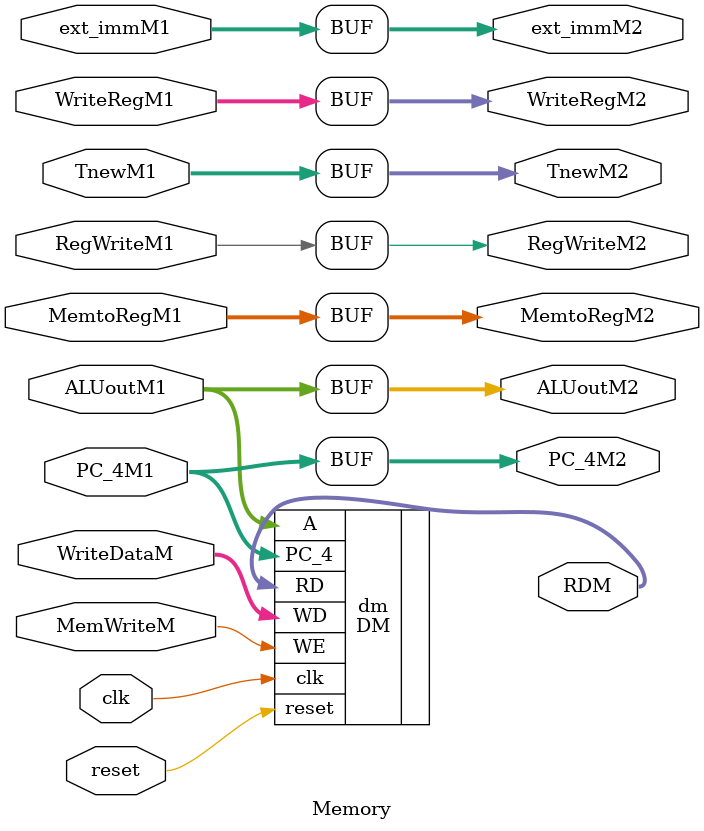
<source format=v>
`timescale 1ns / 1ps
module Memory(
	 input clk,
	 input reset,
    input RegWriteM1,
    input [1:0] MemtoRegM1,
    input MemWriteM,
    input [31:0] ALUoutM1,
    input [31:0] WriteDataM,
    input [4:0] WriteRegM1,
    input [31:0] PC_4M1,
    input [31:0] ext_immM1,
	 input [1:0] TnewM1,
    output RegWriteM2,
    output [1:0] MemtoRegM2,
    output [31:0] RDM,
    output [31:0] ALUoutM2,
    output [4:0] WriteRegM2,
    output [31:0] PC_4M2,
    output [31:0] ext_immM2,
	 output [1:0] TnewM2
    );
	DM dm (
    .clk(clk), 
    .reset(reset), 
    .WE(MemWriteM), 
    .A(ALUoutM1), 
    .WD(WriteDataM), 
    .RD(RDM), 
    .PC_4(PC_4M1)
    );
	assign RegWriteM2=RegWriteM1;
	assign MemtoRegM2=MemtoRegM1;
	assign ALUoutM2=ALUoutM1;
	assign WriteRegM2=WriteRegM1;
	assign PC_4M2=PC_4M1;
	assign ext_immM2=ext_immM1;
	assign TnewM2=TnewM1;
endmodule

</source>
